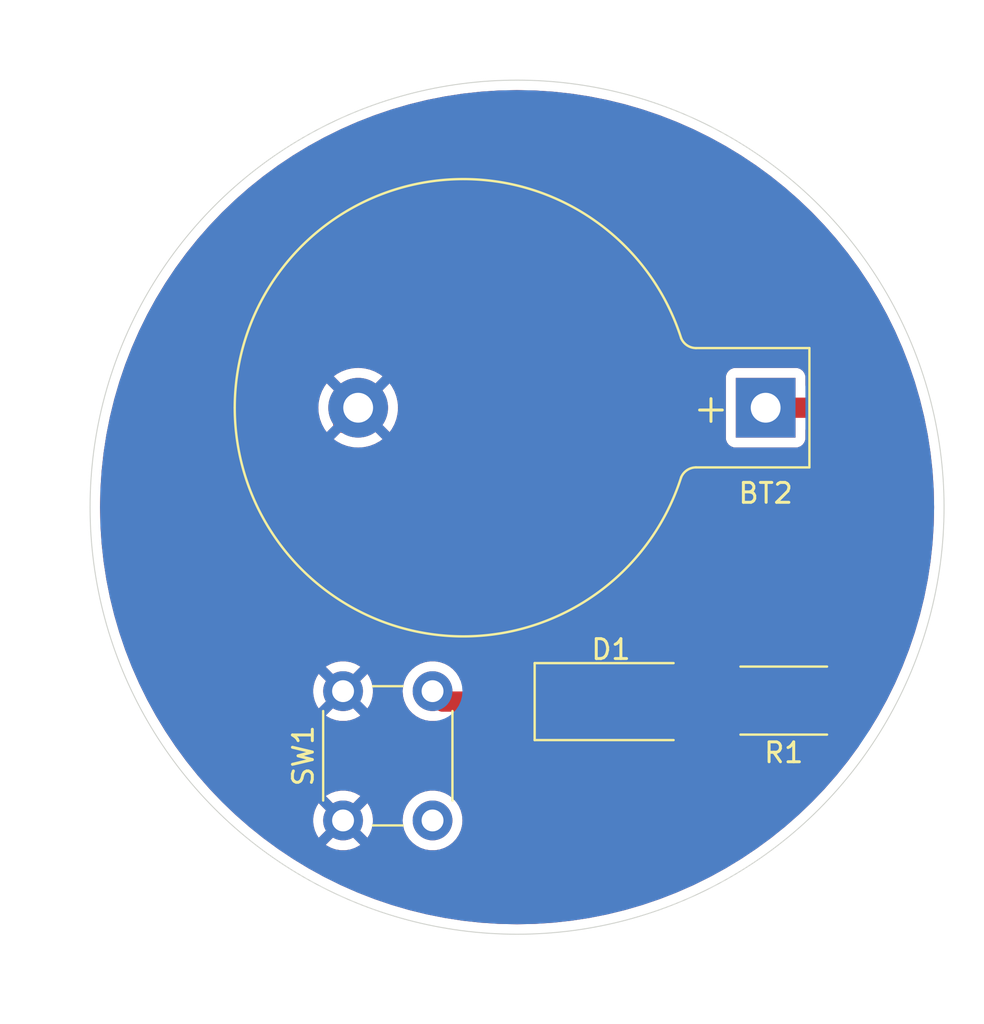
<source format=kicad_pcb>
(kicad_pcb (version 20240108) (generator "pcbnew") (generator_version "8.0")
  (layers (0 "F.Cu" signal) (31 "B.Cu" signal) (34 "B.Paste" user) (35 "F.Paste" user) (36 "B.SilkS" user "B.Silkscreen") (37 "F.SilkS" user "F.Silkscreen") (38 "B.Mask" user) (39 "F.Mask" user) (44 "Edge.Cuts" user))
  (net 0 "")
  (net 1 "Net-(BT2-+)")
  (net 2 "GND")
  (net 3 "Net-(D1-K)")
  (net 4 "Net-(D1-A)")
  (footprint "LED_SMD:LED_2512_6332Metric" (layer "F.Cu") (at 101.22 77.274282)
    (property "Reference" "D1" (at 0 -2.62 0) (layer "F.SilkS"))
    (property "Value" "LED")
    (fp_line (start -3.835 -1.935) (end -3.835 1.935) (stroke (width 0.12)) (layer "F.SilkS"))
    (fp_line (start -3.835 1.935) (end 3.15 1.935) (stroke (width 0.12)) (layer "F.SilkS"))
    (fp_line (start 3.15 -1.935) (end -3.835 -1.935) (stroke (width 0.12)) (layer "F.SilkS"))
    (pad "1" smd roundrect (at -2.9 0) (size 1.35 3.35) (layers "F.Cu" "F.Paste" "F.Mask") (roundrect_rratio 0.185185) (net 3 "Net-(D1-K)"))
    (pad "2" smd roundrect (at 2.9 0) (size 1.35 3.35) (layers "F.Cu" "F.Paste" "F.Mask") (roundrect_rratio 0.185185) (net 4 "Net-(D1-A)"))
  )
  (footprint "Button_Switch_THT:SW_PUSH_6mm" (layer "F.Cu") (at 87.75 83.25 90)
    (property "Reference" "SW1" (at 3.25 -2 90) (layer "F.SilkS"))
    (property "Value" "SW_SPST")
    (fp_line (start 5.5 -1) (end 1 -1) (stroke (width 0.12)) (layer "F.SilkS"))
    (fp_line (start -0.25 1.5) (end -0.25 3) (stroke (width 0.12)) (layer "F.SilkS"))
    (fp_line (start 6.75 3) (end 6.75 1.5) (stroke (width 0.12)) (layer "F.SilkS"))
    (fp_line (start 1 5.5) (end 5.5 5.5) (stroke (width 0.12)) (layer "F.SilkS"))
    (pad "1" thru_hole circle (at 0 0 180) (size 2 2) (drill 1.1) (layers "*.Cu" "*.Mask") (net 2 "GND"))
    (pad "1" thru_hole circle (at 6.5 0 180) (size 2 2) (drill 1.1) (layers "*.Cu" "*.Mask") (net 2 "GND"))
    (pad "2" thru_hole circle (at 0 4.5 180) (size 2 2) (drill 1.1) (layers "*.Cu" "*.Mask") (net 3 "Net-(D1-K)"))
    (pad "2" thru_hole circle (at 6.5 4.5 180) (size 2 2) (drill 1.1) (layers "*.Cu" "*.Mask") (net 3 "Net-(D1-K)"))
  )
  (footprint "Resistor_SMD:R_2512_6332Metric" (layer "F.Cu") (at 109.91 77.224282 180)
    (property "Reference" "R1" (at 0 -2.62 360) (layer "F.SilkS"))
    (property "Value" "R_US")
    (fp_line (start -2.177064 1.71) (end 2.177064 1.71) (stroke (width 0.12)) (layer "F.SilkS"))
    (fp_line (start -2.177064 -1.71) (end 2.177064 -1.71) (stroke (width 0.12)) (layer "F.SilkS"))
    (pad "1" smd roundrect (at -2.9625 0 180) (size 1.225 3.35) (layers "F.Cu" "F.Paste" "F.Mask") (roundrect_rratio 0.204082) (net 1 "Net-(BT2-+)"))
    (pad "2" smd roundrect (at 2.9625 0 180) (size 1.225 3.35) (layers "F.Cu" "F.Paste" "F.Mask") (roundrect_rratio 0.204082) (net 4 "Net-(D1-A)"))
  )
  (footprint "Battery:BatteryHolder_Keystone_103_1x20mm" (layer "F.Cu") (at 109 62.5 180)
    (property "Reference" "BT2" (at 0 -4.3 360) (layer "F.SilkS"))
    (property "Value" "Battery_Cell")
    (fp_line (start -2.2 3) (end 3.5 3) (stroke (width 0.12)) (layer "F.SilkS"))
    (fp_line (start -2.2 3) (end -2.2 -3) (stroke (width 0.12)) (layer "F.SilkS"))
    (fp_line (start -2.2 -3) (end 3.5 -3) (stroke (width 0.12)) (layer "F.SilkS"))
    (fp_arc (start 26.695671 0) (mid 16.971103 11.358466) (end 4.25 3.5) (stroke (width 0.12)) (layer "F.SilkS"))
    (fp_arc (start 4.25 -3.5) (mid 16.971103 -11.358466) (end 26.695671 0) (stroke (width 0.12)) (layer "F.SilkS"))
    (fp_arc (start 4.25 -3.5) (mid 3.950694 -3.136459) (end 3.5 -3) (stroke (width 0.12)) (layer "F.SilkS"))
    (fp_arc (start 3.5 3) (mid 3.950694 3.136459) (end 4.25 3.5) (stroke (width 0.12)) (layer "F.SilkS"))
    (fp_text user "+" (at 2.75 0 360) (layer "F.SilkS") (effects (font (size 1.5 1.5))))
    (pad "1" thru_hole rect (at 0 0 180) (size 3 3) (drill 1.5) (layers "*.Cu" "*.Mask") (net 1 "Net-(BT2-+)"))
    (pad "2" thru_hole circle (at 20.49 0 180) (size 3 3) (drill 1.5) (layers "*.Cu" "*.Mask") (net 2 "GND"))
  )
  (gr_circle (center 96.5 67.5) (end 77.5 57.5) (stroke (width 0.05)) (fill none) (layer "Edge.Cuts"))
  (segment (start 113 63.5) (end 112.8725 63.6275) (width 1.016) (layer "F.Cu") (net 1))
  (segment (start 109 62.5) (end 112 62.5) (width 1.016) (layer "F.Cu") (net 1))
  (segment (start 112.8725 63.6275) (end 112.8725 77.224282) (width 1.016) (layer "F.Cu") (net 1))
  (segment (start 112 62.5) (end 113 63.5) (width 1.016) (layer "F.Cu") (net 1))
  (segment (start 87.75 63.26) (end 88.51 62.5) (width 1.016) (layer "F.Cu") (net 2))
  (segment (start 98.32 77.274282) (end 92.774282 77.274282) (width 1.016) (layer "F.Cu") (net 3))
  (segment (start 92.774282 77.274282) (end 92.25 76.75) (width 1.016) (layer "F.Cu") (net 3))
  (segment (start 106.9475 77.224282) (end 104.17 77.224282) (width 1.016) (layer "F.Cu") (net 4))
  (segment (start 104.17 77.224282) (end 104.12 77.274282) (width 1.016) (layer "F.Cu") (net 4))
  (zone (net 2) (net_name "GND") (layers "F&B.Cu") (connect_pads (clearance 0.5)) (min_thickness 0.25) (fill yes (thermal_gap 0.5) (thermal_bridge_width 0.5))
    (polygon (pts (xy 75 43) (xy 120 42) (xy 120 93.5) (xy 70.5 91.5)))
  )
)
</source>
